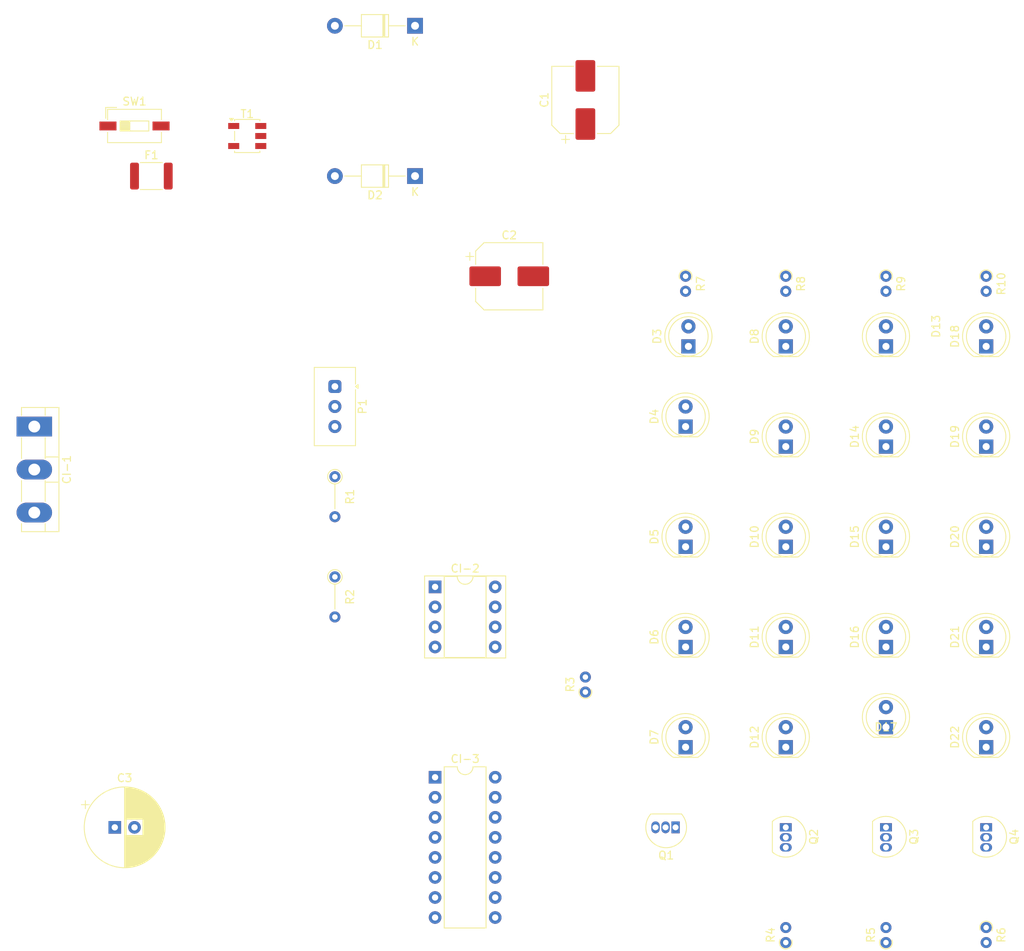
<source format=kicad_pcb>
(kicad_pcb (version 20240108) (generator "pcbnew") (generator_version "8.0")
  (layers (0 "F.Cu" signal) (31 "B.Cu" signal) (34 "B.Paste" user) (35 "F.Paste" user) (36 "B.SilkS" user "B.Silkscreen") (37 "F.SilkS" user "F.Silkscreen") (38 "B.Mask" user) (39 "F.Mask" user) (44 "Edge.Cuts" user))
  (net 0 "")
  (net 1 "Net-(CI-1-IN)")
  (net 2 "Net-(CI-1-OUT)")
  (net 3 "Net-(CI-2-THR)")
  (net 4 "Net-(CI-2-Q)")
  (net 5 "Net-(CI-2-DIS)")
  (net 8 "Net-(CI-3-Q1)")
  (net 9 "Net-(CI-3-Q0)")
  (net 12 "Net-(CI-3-Q2)")
  (net 13 "Net-(D3-A)")
  (net 14 "Net-(D3-K)")
  (net 15 "Net-(D4-K)")
  (net 16 "Net-(D5-K)")
  (net 17 "Net-(D6-K)")
  (net 18 "Net-(D7-K)")
  (net 19 "Net-(D8-K)")
  (net 20 "Net-(D10-A)")
  (net 21 "Net-(D10-K)")
  (net 22 "Net-(D11-K)")
  (net 23 "Net-(D12-K)")
  (net 24 "Net-(D13-K)")
  (net 25 "Net-(D14-K)")
  (net 26 "Net-(D15-K)")
  (net 27 "Net-(D16-K)")
  (net 28 "Net-(D17-K)")
  (net 29 "Net-(D18-K)")
  (net 31 "Net-(P1-Pad3)")
  (net 33 "Net-(Q1-B)")
  (net 34 "Net-(Q2-B)")
  (net 35 "Net-(Q3-B)")
  (net 36 "Net-(Q4-B)")
  (net 37 "Net-(CI-3-Q3)")
  (net 40 "Net-(CI-3-Q4)")
  (net 43 "SC")
  (net 44 "SB")
  (net 45 "SA")
  (net 46 "AB")
  (net 47 "AA")
  (net 48 "GNDD")
  (net 49 "Net-(D8-A)")
  (net 50 "Net-(D13-A)")
  (net 51 "Net-(D18-A)")
  (net 52 "Net-(D19-K)")
  (net 53 "Net-(D20-K)")
  (net 54 "Net-(D21-K)")
  (net 55 "Net-(D22-K)")
  (footprint "LED_THT:LED_D5.0mm" (layer "F.Cu") (at 165.1 97.79 90)
    (property "Reference" "D5" (at 1.27 -3.96 90) (layer "F.SilkS"))
    (property "Value" "LED")
    (pad "1" thru_hole rect (at 0 0 90) (size 1.8 1.8) (drill 0.9) (layers "*.Cu" "*.Mask") (net 16 "Net-(D5-K)"))
    (pad "2" thru_hole circle (at 2.54 0 90) (size 1.8 1.8) (drill 0.9) (layers "*.Cu" "*.Mask") (net 15 "Net-(D4-K)"))
  )
  (footprint "Resistor_THT:R_Axial_DIN0204_L3.6mm_D1.6mm_P1.90mm_Vertical" (layer "F.Cu") (at 165.1 63.5 -90)
    (property "Reference" "R7" (at 0.95 -1.92 90) (layer "F.SilkS"))
    (property "Value" "470")
    (pad "1" thru_hole circle (at 0 0 270) (size 1.4 1.4) (drill 0.7) (layers "*.Cu" "*.Mask") (net 2 "Net-(CI-1-OUT)"))
    (pad "2" thru_hole oval (at 1.9 0 270) (size 1.4 1.4) (drill 0.7) (layers "*.Cu" "*.Mask") (net 13 "Net-(D3-A)"))
  )
  (footprint "LED_THT:LED_D5.0mm" (layer "F.Cu") (at 177.8 72.39 90)
    (property "Reference" "D8" (at 1.27 -3.96 90) (layer "F.SilkS"))
    (property "Value" "LED")
    (pad "1" thru_hole rect (at 0 0 90) (size 1.8 1.8) (drill 0.9) (layers "*.Cu" "*.Mask") (net 19 "Net-(D8-K)"))
    (pad "2" thru_hole circle (at 2.54 0 90) (size 1.8 1.8) (drill 0.9) (layers "*.Cu" "*.Mask") (net 49 "Net-(D8-A)"))
  )
  (footprint "LED_THT:LED_D5.0mm" (layer "F.Cu") (at 190.5 72.39 90)
    (property "Reference" "D13" (at 2.54 6.35 90) (layer "F.SilkS"))
    (property "Value" "LED")
    (pad "1" thru_hole rect (at 0 0 90) (size 1.8 1.8) (drill 0.9) (layers "*.Cu" "*.Mask") (net 24 "Net-(D13-K)"))
    (pad "2" thru_hole circle (at 2.54 0 90) (size 1.8 1.8) (drill 0.9) (layers "*.Cu" "*.Mask") (net 50 "Net-(D13-A)"))
  )
  (footprint "LED_THT:LED_D5.0mm" (layer "F.Cu") (at 203.2 85.09 90)
    (property "Reference" "D19" (at 1.27 -3.96 90) (layer "F.SilkS"))
    (property "Value" "LED")
    (pad "1" thru_hole rect (at 0 0 90) (size 1.8 1.8) (drill 0.9) (layers "*.Cu" "*.Mask") (net 52 "Net-(D19-K)"))
    (pad "2" thru_hole circle (at 2.54 0 90) (size 1.8 1.8) (drill 0.9) (layers "*.Cu" "*.Mask") (net 29 "Net-(D18-K)"))
  )
  (footprint "LED_THT:LED_D5.0mm" (layer "F.Cu") (at 177.8 85.09 90)
    (property "Reference" "D9" (at 1.27 -3.96 90) (layer "F.SilkS"))
    (property "Value" "LED")
    (pad "1" thru_hole rect (at 0 0 90) (size 1.8 1.8) (drill 0.9) (layers "*.Cu" "*.Mask") (net 20 "Net-(D10-A)"))
    (pad "2" thru_hole circle (at 2.54 0 90) (size 1.8 1.8) (drill 0.9) (layers "*.Cu" "*.Mask") (net 19 "Net-(D8-K)"))
  )
  (footprint "LED_THT:LED_D5.0mm" (layer "F.Cu") (at 165.1 110.49 90)
    (property "Reference" "D6" (at 1.27 -3.96 90) (layer "F.SilkS"))
    (property "Value" "LED")
    (pad "1" thru_hole rect (at 0 0 90) (size 1.8 1.8) (drill 0.9) (layers "*.Cu" "*.Mask") (net 17 "Net-(D6-K)"))
    (pad "2" thru_hole circle (at 2.54 0 90) (size 1.8 1.8) (drill 0.9) (layers "*.Cu" "*.Mask") (net 16 "Net-(D5-K)"))
  )
  (footprint "LED_THT:LED_D5.0mm" (layer "F.Cu") (at 190.5 97.79 90)
    (property "Reference" "D15" (at 1.27 -3.96 90) (layer "F.SilkS"))
    (property "Value" "LED")
    (pad "1" thru_hole rect (at 0 0 90) (size 1.8 1.8) (drill 0.9) (layers "*.Cu" "*.Mask") (net 26 "Net-(D15-K)"))
    (pad "2" thru_hole circle (at 2.54 0 90) (size 1.8 1.8) (drill 0.9) (layers "*.Cu" "*.Mask") (net 25 "Net-(D14-K)"))
  )
  (footprint "Capacitor_SMD:CP_Elec_8x6.2" (layer "F.Cu") (at 142.75 63.5)
    (property "Reference" "C2" (at 0 -5.2 0) (layer "F.SilkS"))
    (property "Value" "100uF")
    (pad "1" smd roundrect (at -3.05 0) (size 4 2.5) (layers "F.Cu" "F.Paste" "F.Mask") (roundrect_rratio 0.1) (net 2 "Net-(CI-1-OUT)"))
    (pad "2" smd roundrect (at 3.05 0) (size 4 2.5) (layers "F.Cu" "F.Paste" "F.Mask") (roundrect_rratio 0.1) (net 48 "GNDD"))
  )
  (footprint "LED_THT:LED_D5.0mm" (layer "F.Cu") (at 177.8 123.19 90)
    (property "Reference" "D12" (at 1.27 -3.96 90) (layer "F.SilkS"))
    (property "Value" "LED")
    (pad "1" thru_hole rect (at 0 0 90) (size 1.8 1.8) (drill 0.9) (layers "*.Cu" "*.Mask") (net 23 "Net-(D12-K)"))
    (pad "2" thru_hole circle (at 2.54 0 90) (size 1.8 1.8) (drill 0.9) (layers "*.Cu" "*.Mask") (net 22 "Net-(D11-K)"))
  )
  (footprint "Resistor_THT:R_Axial_DIN0204_L3.6mm_D1.6mm_P1.90mm_Vertical" (layer "F.Cu") (at 177.8 63.5 -90)
    (property "Reference" "R8" (at 0.95 -1.92 90) (layer "F.SilkS"))
    (property "Value" "470")
    (pad "1" thru_hole circle (at 0 0 270) (size 1.4 1.4) (drill 0.7) (layers "*.Cu" "*.Mask") (net 2 "Net-(CI-1-OUT)"))
    (pad "2" thru_hole oval (at 1.9 0 270) (size 1.4 1.4) (drill 0.7) (layers "*.Cu" "*.Mask") (net 49 "Net-(D8-A)"))
  )
  (footprint "Transformer_SMD:Transformer_MACOM_SM-22" (layer "F.Cu") (at 109.54 45.72)
    (property "Reference" "T1" (at 0 -2.794 0) (layer "F.SilkS"))
    (property "Value" "12+12 500mA")
    (pad "1" smd rect (at -1.715 -1.27) (size 1.4 0.76) (layers "F.Cu" "F.Paste" "F.Mask") (net 47 "AA"))
    (pad "2" smd rect (at -1.715 1.27) (size 1.4 0.76) (layers "F.Cu" "F.Paste" "F.Mask") (net 46 "AB"))
    (pad "3" smd rect (at 1.715 1.27) (size 1.4 0.76) (layers "F.Cu" "F.Paste" "F.Mask") (net 45 "SA"))
    (pad "4" smd rect (at 1.715 0) (size 1.4 0.76) (layers "F.Cu" "F.Paste" "F.Mask") (net 43 "SC"))
    (pad "5" smd rect (at 1.715 -1.27) (size 1.4 0.76) (layers "F.Cu" "F.Paste" "F.Mask") (net 44 "SB"))
  )
  (footprint "Potentiometer_THT:Potentiometer_Vishay_T93YA_Vertical" (layer "F.Cu") (at 120.65 77.47 -90)
    (property "Reference" "P1" (at 2.54 -3.5 90) (layer "F.SilkS"))
    (property "Value" "220K")
    (pad "1" thru_hole roundrect (at 0 0 270) (size 1.65 1.65) (drill 0.85) (layers "*.Cu" "*.Mask") (net 2 "Net-(CI-1-OUT)"))
    (pad "2" thru_hole circle (at 2.54 0 270) (size 1.65 1.65) (drill 0.85) (layers "*.Cu" "*.Mask"))
    (pad "3" thru_hole circle (at 5.08 0 270) (size 1.65 1.65) (drill 0.85) (layers "*.Cu" "*.Mask") (net 31 "Net-(P1-Pad3)"))
  )
  (footprint "LED_THT:LED_D5.0mm" (layer "F.Cu") (at 203.2 110.49 90)
    (property "Reference" "D21" (at 1.27 -3.96 90) (layer "F.SilkS"))
    (property "Value" "LED")
    (pad "1" thru_hole rect (at 0 0 90) (size 1.8 1.8) (drill 0.9) (layers "*.Cu" "*.Mask") (net 54 "Net-(D21-K)"))
    (pad "2" thru_hole circle (at 2.54 0 90) (size 1.8 1.8) (drill 0.9) (layers "*.Cu" "*.Mask") (net 53 "Net-(D20-K)"))
  )
  (footprint "LED_THT:LED_D5.0mm" (layer "F.Cu") (at 190.5 110.49 90)
    (property "Reference" "D16" (at 1.27 -3.96 90) (layer "F.SilkS"))
    (property "Value" "LED")
    (pad "1" thru_hole rect (at 0 0 90) (size 1.8 1.8) (drill 0.9) (layers "*.Cu" "*.Mask") (net 27 "Net-(D16-K)"))
    (pad "2" thru_hole circle (at 2.54 0 90) (size 1.8 1.8) (drill 0.9) (layers "*.Cu" "*.Mask") (net 26 "Net-(D15-K)"))
  )
  (footprint "LED_THT:LED_D5.0mm" (layer "F.Cu") (at 190.5 120.65 90)
    (property "Reference" "D17" (at 0 0 360) (layer "F.SilkS"))
    (property "Value" "LED")
    (pad "1" thru_hole rect (at 0 0 90) (size 1.8 1.8) (drill 0.9) (layers "*.Cu" "*.Mask") (net 28 "Net-(D17-K)"))
    (pad "2" thru_hole circle (at 2.54 0 90) (size 1.8 1.8) (drill 0.9) (layers "*.Cu" "*.Mask") (net 27 "Net-(D16-K)"))
  )
  (footprint "Fuse:Fuse_1812_4532Metric" (layer "F.Cu") (at 97.3875 50.8)
    (property "Reference" "F1" (at 0 -2.65 0) (layer "F.SilkS"))
    (property "Value" "500mA")
    (pad "1" smd roundrect (at -2.1375 0) (size 1.125 3.4) (layers "F.Cu" "F.Paste" "F.Mask") (roundrect_rratio 0.222222))
    (pad "2" smd roundrect (at 2.1375 0) (size 1.125 3.4) (layers "F.Cu" "F.Paste" "F.Mask") (roundrect_rratio 0.222222) (net 46 "AB"))
  )
  (footprint "Package_TO_SOT_THT:TO-92L_Inline" (layer "F.Cu") (at 190.5 133.35 -90)
    (property "Reference" "Q3" (at 1.19 -3.56 90) (layer "F.SilkS"))
    (property "Value" "BC548")
    (pad "1" thru_hole rect (at 0 0 270) (size 1.05 1.5) (drill 0.75) (layers "*.Cu" "*.Mask") (net 28 "Net-(D17-K)"))
    (pad "2" thru_hole oval (at 1.27 0 270) (size 1.05 1.5) (drill 0.75) (layers "*.Cu" "*.Mask") (net 35 "Net-(Q3-B)"))
    (pad "3" thru_hole oval (at 2.54 0 270) (size 1.05 1.5) (drill 0.75) (layers "*.Cu" "*.Mask") (net 43 "SC"))
  )
  (footprint "Resistor_THT:R_Axial_DIN0204_L3.6mm_D1.6mm_P1.90mm_Vertical" (layer "F.Cu") (at 152.4 116.2 90)
    (property "Reference" "R3" (at 0.95 -1.92 90) (layer "F.SilkS"))
    (property "Value" "4K7")
    (pad "1" thru_hole circle (at 0 0 90) (size 1.4 1.4) (drill 0.7) (layers "*.Cu" "*.Mask") (net 33 "Net-(Q1-B)"))
    (pad "2" thru_hole oval (at 1.9 0 90) (size 1.4 1.4) (drill 0.7) (layers "*.Cu" "*.Mask") (net 9 "Net-(CI-3-Q0)"))
  )
  (footprint "Resistor_THT:R_Axial_DIN0204_L3.6mm_D1.6mm_P5.08mm_Vertical" (layer "F.Cu") (at 120.65 88.9 -90)
    (property "Reference" "R1" (at 2.54 -1.92 90) (layer "F.SilkS"))
    (property "Value" "22K")
    (pad "1" thru_hole circle (at 0 0 270) (size 1.4 1.4) (drill 0.7) (layers "*.Cu" "*.Mask") (net 31 "Net-(P1-Pad3)"))
    (pad "2" thru_hole oval (at 5.08 0 270) (size 1.4 1.4) (drill 0.7) (layers "*.Cu" "*.Mask") (net 5 "Net-(CI-2-DIS)"))
  )
  (footprint "LED_THT:LED_D5.0mm" (layer "F.Cu") (at 190.5 85.09 90)
    (property "Reference" "D14" (at 1.27 -3.96 90) (layer "F.SilkS"))
    (property "Value" "LED")
    (pad "1" thru_hole rect (at 0 0 90) (size 1.8 1.8) (drill 0.9) (layers "*.Cu" "*.Mask") (net 25 "Net-(D14-K)"))
    (pad "2" thru_hole circle (at 2.54 0 90) (size 1.8 1.8) (drill 0.9) (layers "*.Cu" "*.Mask") (net 24 "Net-(D13-K)"))
  )
  (footprint "Package_TO_SOT_THT:TO-92L_Inline" (layer "F.Cu") (at 163.83 133.35 180)
    (property "Reference" "Q1" (at 1.19 -3.56 0) (layer "F.SilkS"))
    (property "Value" "BC548")
    (pad "1" thru_hole rect (at 0 0 180) (size 1.05 1.5) (drill 0.75) (layers "*.Cu" "*.Mask") (net 18 "Net-(D7-K)"))
    (pad "2" thru_hole oval (at 1.27 0 180) (size 1.05 1.5) (drill 0.75) (layers "*.Cu" "*.Mask") (net 33 "Net-(Q1-B)"))
    (pad "3" thru_hole oval (at 2.54 0 180) (size 1.05 1.5) (drill 0.75) (layers "*.Cu" "*.Mask") (net 43 "SC"))
  )
  (footprint "LED_THT:LED_D5.0mm" (layer "F.Cu") (at 165.1 82.55 90)
    (property "Reference" "D4" (at 1.27 -3.96 90) (layer "F.SilkS"))
    (property "Value" "LED")
    (pad "1" thru_hole rect (at 0 0 90) (size 1.8 1.8) (drill 0.9) (layers "*.Cu" "*.Mask") (net 15 "Net-(D4-K)"))
    (pad "2" thru_hole circle (at 2.54 0 90) (size 1.8 1.8) (drill 0.9) (layers "*.Cu" "*.Mask") (net 14 "Net-(D3-K)"))
  )
  (footprint "LED_THT:LED_D5.0mm" (layer "F.Cu") (at 177.8 110.49 90)
    (property "Reference" "D11" (at 1.27 -3.96 90) (layer "F.SilkS"))
    (property "Value" "LED")
    (pad "1" thru_hole rect (at 0 0 90) (size 1.8 1.8) (drill 0.9) (layers "*.Cu" "*.Mask") (net 22 "Net-(D11-K)"))
    (pad "2" thru_hole circle (at 2.54 0 90) (size 1.8 1.8) (drill 0.9) (layers "*.Cu" "*.Mask") (net 21 "Net-(D10-K)"))
  )
  (footprint "Package_DIP:DIP-8_W7.62mm_Socket" (layer "F.Cu") (at 133.35 102.87)
    (property "Reference" "CI-2" (at 3.81 -2.33 0) (layer "F.SilkS"))
    (property "Value" "7555")
    (pad "1" thru_hole rect (at 0 0) (size 1.6 1.6) (drill 0.8) (layers "*.Cu" "*.Mask") (net 48 "GNDD"))
    (pad "2" thru_hole oval (at 0 2.54) (size 1.6 1.6) (drill 0.8) (layers "*.Cu" "*.Mask") (net 3 "Net-(CI-2-THR)"))
    (pad "3" thru_hole oval (at 0 5.08) (size 1.6 1.6) (drill 0.8) (layers "*.Cu" "*.Mask") (net 4 "Net-(CI-2-Q)"))
    (pad "4" thru_hole oval (at 0 7.62) (size 1.6 1.6) (drill 0.8) (layers "*.Cu" "*.Mask") (net 2 "Net-(CI-1-OUT)"))
    (pad "5" thru_hole oval (at 7.62 7.62) (size 1.6 1.6) (drill 0.8) (layers "*.Cu" "*.Mask"))
    (pad "6" thru_hole oval (at 7.62 5.08) (size 1.6 1.6) (drill 0.8) (layers "*.Cu" "*.Mask") (net 3 "Net-(CI-2-THR)"))
    (pad "7" thru_hole oval (at 7.62 2.54) (size 1.6 1.6) (drill 0.8) (layers "*.Cu" "*.Mask") (net 5 "Net-(CI-2-DIS)"))
    (pad "8" thru_hole oval (at 7.62 0) (size 1.6 1.6) (drill 0.8) (layers "*.Cu" "*.Mask") (net 2 "Net-(CI-1-OUT)"))
  )
  (footprint "Resistor_THT:R_Axial_DIN0204_L3.6mm_D1.6mm_P1.90mm_Vertical" (layer "F.Cu") (at 177.8 147.95 90)
    (property "Reference" "R4" (at 0.95 -1.92 90) (layer "F.SilkS"))
    (property "Value" "4K7")
    (pad "1" thru_hole circle (at 0 0 90) (size 1.4 1.4) (drill 0.7) (layers "*.Cu" "*.Mask") (net 34 "Net-(Q2-B)"))
    (pad "2" thru_hole oval (at 1.9 0 90) (size 1.4 1.4) (drill 0.7) (layers "*.Cu" "*.Mask") (net 8 "Net-(CI-3-Q1)"))
  )
  (footprint "Capacitor_THT:CP_Radial_D10.0mm_P2.50mm" (layer "F.Cu") (at 92.75 133.35)
    (property "Reference" "C3" (at 1.25 -6.25 0) (layer "F.SilkS"))
    (property "Value" "1uF")
    (pad "1" thru_hole rect (at 0 0) (size 1.6 1.6) (drill 0.8) (layers "*.Cu" "*.Mask") (net 3 "Net-(CI-2-THR)"))
    (pad "2" thru_hole circle (at 2.5 0) (size 1.6 1.6) (drill 0.8) (layers "*.Cu" "*.Mask") (net 48 "GNDD"))
  )
  (footprint "LED_THT:LED_D5.0mm" (layer "F.Cu") (at 177.8 97.79 90)
    (property "Reference" "D10" (at 1.27 -3.96 90) (layer "F.SilkS"))
    (property "Value" "LED")
    (pad "1" thru_hole rect (at 0 0 90) (size 1.8 1.8) (drill 0.9) (layers "*.Cu" "*.Mask") (net 21 "Net-(D10-K)"))
    (pad "2" thru_hole circle (at 2.54 0 90) (size 1.8 1.8) (drill 0.9) (layers "*.Cu" "*.Mask") (net 20 "Net-(D10-A)"))
  )
  (footprint "LED_THT:LED_D5.0mm" (layer "F.Cu") (at 165.1 123.19 90)
    (property "Reference" "D7" (at 1.27 -3.96 90) (layer "F.SilkS"))
    (property "Value" "LED")
    (pad "1" thru_hole rect (at 0 0 90) (size 1.8 1.8) (drill 0.9) (layers "*.Cu" "*.Mask") (net 18 "Net-(D7-K)"))
    (pad "2" thru_hole circle (at 2.54 0 90) (size 1.8 1.8) (drill 0.9) (layers "*.Cu" "*.Mask") (net 17 "Net-(D6-K)"))
  )
  (footprint "LED_THT:LED_D5.0mm" (layer "F.Cu") (at 203.2 72.39 90)
    (property "Reference" "D18" (at 1.27 -3.96 90) (layer "F.SilkS"))
    (property "Value" "LED")
    (pad "1" thru_hole rect (at 0 0 90) (size 1.8 1.8) (drill 0.9) (layers "*.Cu" "*.Mask") (net 29 "Net-(D18-K)"))
    (pad "2" thru_hole circle (at 2.54 0 90) (size 1.8 1.8) (drill 0.9) (layers "*.Cu" "*.Mask") (net 51 "Net-(D18-A)"))
  )
  (footprint "LED_THT:LED_D5.0mm" (layer "F.Cu") (at 203.2 97.79 90)
    (property "Reference" "D20" (at 1.27 -3.96 90) (layer "F.SilkS"))
    (property "Value" "LED")
    (pad "1" thru_hole rect (at 0 0 90) (size 1.8 1.8) (drill 0.9) (layers "*.Cu" "*.Mask") (net 53 "Net-(D20-K)"))
    (pad "2" thru_hole circle (at 2.54 0 90) (size 1.8 1.8) (drill 0.9) (layers "*.Cu" "*.Mask") (net 52 "Net-(D19-K)"))
  )
  (footprint "Resistor_THT:R_Axial_DIN0204_L3.6mm_D1.6mm_P5.08mm_Vertical" (layer "F.Cu") (at 120.65 101.6 -90)
    (property "Reference" "R2" (at 2.54 -1.92 90) (layer "F.SilkS"))
    (property "Value" "22K")
    (pad "1" thru_hole circle (at 0 0 270) (size 1.4 1.4) (drill 0.7) (layers "*.Cu" "*.Mask") (net 5 "Net-(CI-2-DIS)"))
    (pad "2" thru_hole oval (at 5.08 0 270) (size 1.4 1.4) (drill 0.7) (layers "*.Cu" "*.Mask") (net 3 "Net-(CI-2-THR)"))
  )
  (footprint "Package_TO_SOT_THT:TO-92L_Inline" (layer "F.Cu") (at 203.2 133.35 -90)
    (property "Reference" "Q4" (at 1.19 -3.56 90) (layer "F.SilkS"))
    (property "Value" "BC548")
    (pad "1" thru_hole rect (at 0 0 270) (size 1.05 1.5) (drill 0.75) (layers "*.Cu" "*.Mask") (net 55 "Net-(D22-K)"))
    (pad "2" thru_hole oval (at 1.27 0 270) (size 1.05 1.5) (drill 0.75) (layers "*.Cu" "*.Mask") (net 36 "Net-(Q4-B)"))
    (pad "3" thru_hole oval (at 2.54 0 270) (size 1.05 1.5) (drill 0.75) (layers "*.Cu" "*.Mask") (net 43 "SC"))
  )
  (footprint "Resistor_THT:R_Axial_DIN0204_L3.6mm_D1.6mm_P1.90mm_Vertical" (layer "F.Cu") (at 203.2 146.05 -90)
    (property "Reference" "R6" (at 0.95 -1.92 90) (layer "F.SilkS"))
    (property "Value" "4K7")
    (pad "1" thru_hole circle (at 0 0 270) (size 1.4 1.4) (drill 0.7) (layers "*.Cu" "*.Mask") (net 36 "Net-(Q4-B)"))
    (pad "2" thru_hole oval (at 1.9 0 270) (size 1.4 1.4) (drill 0.7) (layers "*.Cu" "*.Mask") (net 37 "Net-(CI-3-Q3)"))
  )
  (footprint "Package_TO_SOT_THT:TO-92L_Inline" (layer "F.Cu") (at 177.8 133.35 -90)
    (property "Reference" "Q2" (at 1.19 -3.56 90) (layer "F.SilkS"))
    (property "Value" "BC548")
    (pad "1" thru_hole rect (at 0 0 270) (size 1.05 1.5) (drill 0.75) (layers "*.Cu" "*.Mask") (net 23 "Net-(D12-K)"))
    (pad "2" thru_hole oval (at 1.27 0 270) (size 1.05 1.5) (drill 0.75) (layers "*.Cu" "*.Mask") (net 34 "Net-(Q2-B)"))
    (pad "3" thru_hole oval (at 2.54 0 270) (size 1.05 1.5) (drill 0.75) (layers "*.Cu" "*.Mask") (net 43 "SC"))
  )
  (footprint "Resistor_THT:R_Axial_DIN0204_L3.6mm_D1.6mm_P1.90mm_Vertical" (layer "F.Cu") (at 190.5 147.95 90)
    (property "Reference" "R5" (at 0.95 -1.92 90) (layer "F.SilkS"))
    (property "Value" "4K7")
    (pad "1" thru_hole circle (at 0 0 90) (size 1.4 1.4) (drill 0.7) (layers "*.Cu" "*.Mask") (net 35 "Net-(Q3-B)"))
    (pad "2" thru_hole oval (at 1.9 0 90) (size 1.4 1.4) (drill 0.7) (layers "*.Cu" "*.Mask") (net 12 "Net-(CI-3-Q2)"))
  )
  (footprint "Package_DIP:DIP-16_W7.62mm" (layer "F.Cu") (at 133.35 127)
    (property "Reference" "CI-3" (at 3.81 -2.33 0) (layer "F.SilkS"))
    (property "Value" "4017")
    (pad "1" thru_hole rect (at 0 0) (size 1.6 1.6) (drill 0.8) (layers "*.Cu" "*.Mask"))
    (pad "2" thru_hole oval (at 0 2.54) (size 1.6 1.6) (drill 0.8) (layers "*.Cu" "*.Mask") (net 8 "Net-(CI-3-Q1)"))
    (pad "3" thru_hole oval (at 0 5.08) (size 1.6 1.6) (drill 0.8) (layers "*.Cu" "*.Mask") (net 9 "Net-(CI-3-Q0)"))
    (pad "4" thru_hole oval (at 0 7.62) (size 1.6 1.6) (drill 0.8) (layers "*.Cu" "*.Mask") (net 12 "Net-(CI-3-Q2)"))
    (pad "5" thru_hole oval (at 0 10.16) (size 1.6 1.6) (drill 0.8) (layers "*.Cu" "*.Mask"))
    (pad "6" thru_hole oval (at 0 12.7) (size 1.6 1.6) (drill 0.8) (layers "*.Cu" "*.Mask"))
    (pad "7" thru_hole oval (at 0 15.24) (size 1.6 1.6) (drill 0.8) (layers "*.Cu" "*.Mask") (net 37 "Net-(CI-3-Q3)"))
    (pad "8" thru_hole oval (at 0 17.78) (size 1.6 1.6) (drill 0.8) (layers "*.Cu" "*.Mask") (net 48 "GNDD"))
    (pad "9" thru_hole oval (at 7.62 17.78) (size 1.6 1.6) (drill 0.8) (layers "*.Cu" "*.Mask"))
    (pad "10" thru_hole oval (at 7.62 15.24) (size 1.6 1.6) (drill 0.8) (layers "*.Cu" "*.Mask") (net 40 "Net-(CI-3-Q4)"))
    (pad "11" thru_hole oval (at 7.62 12.7) (size 1.6 1.6) (drill 0.8) (layers "*.Cu" "*.Mask"))
    (pad "12" thru_hole oval (at 7.62 10.16) (size 1.6 1.6) (drill 0.8) (layers "*.Cu" "*.Mask"))
    (pad "13" thru_hole oval (at 7.62 7.62) (size 1.6 1.6) (drill 0.8) (layers "*.Cu" "*.Mask") (net 48 "GNDD"))
    (pad "14" thru_hole oval (at 7.62 5.08) (size 1.6 1.6) (drill 0.8) (layers "*.Cu" "*.Mask") (net 4 "Net-(CI-2-Q)"))
    (pad "15" thru_hole oval (at 7.62 2.54) (size 1.6 1.6) (drill 0.8) (layers "*.Cu" "*.Mask") (net 40 "Net-(CI-3-Q4)"))
    (pad "16" thru_hole oval (at 7.62 0) (size 1.6 1.6) (drill 0.8) (layers "*.Cu" "*.Mask") (net 2 "Net-(CI-1-OUT)"))
  )
  (footprint "Diode_THT:D_T-1_P10.16mm_Horizontal" (layer "F.Cu") (at 130.81 50.8 180)
    (property "Reference" "D2" (at 5.08 -2.42 360) (layer "F.SilkS"))
    (property "Value" "1N4007")
    (fp_text user "K" (at 0 -2 360) (layer "F.SilkS"))
    (pad "1" thru_hole rect (at 0 0 180) (size 2 2) (drill 1) (layers "*.Cu" "*.Mask") (net 1 "Net-(CI-1-IN)"))
    (pad "2" thru_hole oval (at 10.16 0 180) (size 2 2) (drill 1) (layers "*.Cu" "*.Mask") (net 45 "SA"))
  )
  (footprint "Package_TO_SOT_THT:TO-3P-3_Vertical" (layer "F.Cu") (at 82.55 82.55 -90)
    (property "Reference" "CI-1" (at 5.45 -4.12 90) (layer "F.SilkS"))
    (property "Value" "7812")
    (pad "1" thru_hole rect (at 0 0 270) (size 2.5 4.5) (drill 1.5) (layers "*.Cu" "*.Mask") (net 1 "Net-(CI-1-IN)"))
    (pad "2" thru_hole oval (at 5.45 0 270) (size 2.5 4.5) (drill 1.5) (layers "*.Cu" "*.Mask") (net 48 "GNDD"))
    (pad "3" thru_hole oval (at 10.9 0 270) (size 2.5 4.5) (drill 1.5) (layers "*.Cu" "*.Mask") (net 2 "Net-(CI-1-OUT)"))
  )
  (footprint "Diode_THT:D_T-1_P10.16mm_Horizontal" (layer "F.Cu") (at 130.81 31.75 180)
    (property "Reference" "D1" (at 5.08 -2.42 360) (layer "F.SilkS"))
    (property "Value" "1N4007")
    (fp_text user "K" (at 0 -2 360) (layer "F.SilkS"))
    (pad "1" thru_hole rect (at 0 0 180) (size 2 2) (drill 1) (layers "*.Cu" "*.Mask") (net 1 "Net-(CI-1-IN)"))
    (pad "2" thru_hole oval (at 10.16 0 180) (size 2 2) (drill 1) (layers "*.Cu" "*.Mask") (net 44 "SB"))
  )
  (footprint "LED_THT:LED_D5.0mm" (layer "F.Cu") (at 203.2 123.19 90)
    (property "Reference" "D22" (at 1.27 -3.96 90) (layer "F.SilkS"))
    (property "Value" "LED")
    (pad "1" thru_hole rect (at 0 0 90) (size 1.8 1.8) (drill 0.9) (layers "*.Cu" "*.Mask") (net 55 "Net-(D22-K)"))
    (pad "2" thru_hole circle (at 2.54 0 90) (size 1.8 1.8) (drill 0.9) (layers "*.Cu" "*.Mask") (net 54 "Net-(D21-K)"))
  )
  (footprint "Resistor_THT:R_Axial_DIN0204_L3.6mm_D1.6mm_P1.90mm_Vertical" (layer "F.Cu") (at 203.2 63.5 -90)
    (property "Reference" "R10" (at 0.95 -1.92 90) (layer "F.SilkS"))
    (property "Value" "470")
    (pad "1" thru_hole circle (at 0 0 270) (size 1.4 1.4) (drill 0.7) (layers "*.Cu" "*.Mask") (net 2 "Net-(CI-1-OUT)"))
    (pad "2" thru_hole oval (at 1.9 0 270) (size 1.4 1.4) (drill 0.7) (layers "*.Cu" "*.Mask") (net 51 "Net-(D18-A)"))
  )
  (footprint "LED_THT:LED_D5.0mm" (layer "F.Cu") (at 165.46 72.39 90)
    (property "Reference" "D3" (at 1.27 -3.96 90) (layer "F.SilkS"))
    (property "Value" "LED")
    (pad "1" thru_hole rect (at 0 0 90) (size 1.8 1.8) (drill 0.9) (layers "*.Cu" "*.Mask") (net 14 "Net-(D3-K)"))
    (pad "2" thru_hole circle (at 2.54 0 90) (size 1.8 1.8) (drill 0.9) (layers "*.Cu" "*.Mask") (net 13 "Net-(D3-A)"))
  )
  (footprint "Button_Switch_SMD:SW_DIP_SPSTx01_Slide_6.7x4.1mm_W6.73mm_P2.54mm_LowProfile_JPin" (layer "F.Cu") (at 95.25 44.45)
    (property "Reference" "SW1" (at 0 -3.11 0) (layer "F.SilkS"))
    (property "Value" "~")
    (pad "1" smd rect (at -3.365 0) (size 2.16 1.12) (layers "F.Cu" "F.Paste" "F.Mask"))
    (pad "2" smd rect (at 3.365 0) (size 2.16 1.12) (layers "F.Cu" "F.Paste" "F.Mask") (net 47 "AA"))
  )
  (footprint "Capacitor_SMD:CP_Elec_8x5.4" (layer "F.Cu") (at 152.4 41.15 90)
    (property "Reference" "C1" (at 0 -5.2 90) (layer "F.SilkS"))
    (property "Value" "1000uF")
    (pad "1" smd roundrect (at -3.05 0 90) (size 4 2.5) (layers "F.Cu" "F.Paste" "F.Mask") (roundrect_rratio 0.1) (net 1 "Net-(CI-1-IN)"))
    (pad "2" smd roundrect (at 3.05 0 90) (size 4 2.5) (layers "F.Cu" "F.Paste" "F.Mask") (roundrect_rratio 0.1) (net 43 "SC"))
  )
  (footprint "Resistor_THT:R_Axial_DIN0204_L3.6mm_D1.6mm_P1.90mm_Vertical" (layer "F.Cu") (at 190.5 63.5 -90)
    (property "Reference" "R9" (at 0.95 -1.92 90) (layer "F.SilkS"))
    (property "Value" "470")
    (pad "1" thru_hole circle (at 0 0 270) (size 1.4 1.4) (drill 0.7) (layers "*.Cu" "*.Mask") (net 2 "Net-(CI-1-OUT)"))
    (pad "2" thru_hole oval (at 1.9 0 270) (size 1.4 1.4) (drill 0.7) (layers "*.Cu" "*.Mask") (net 50 "Net-(D13-A)"))
  )
)
</source>
